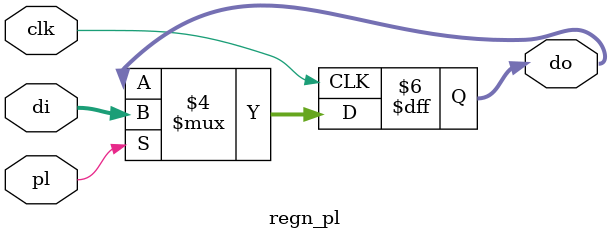
<source format=v>
`timescale 1ns / 1ps


module regn_pl#(parameter n=32)(input clk,input pl,input [n-1:0] di,output reg [n-1:0] do=0);
always@(posedge clk)
begin
if(pl)
    do=di;
end
endmodule

</source>
